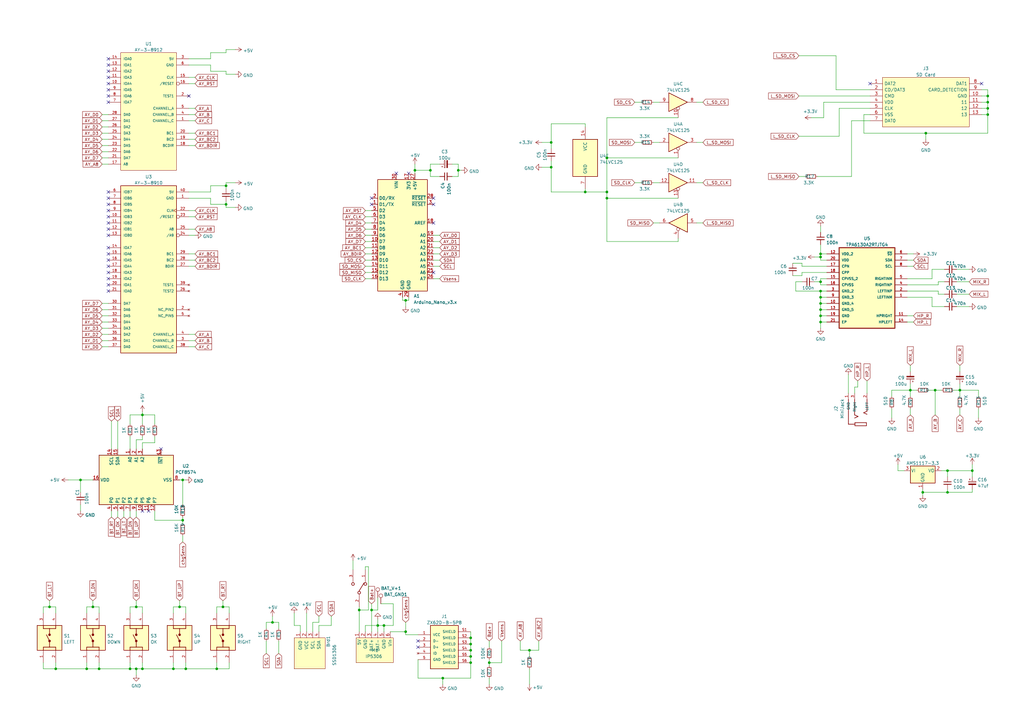
<source format=kicad_sch>
(kicad_sch (version 20211123) (generator eeschema)
  (paper "A3")
  (title_block (title "NANO AY Player") (date "2022-11-22") (rev "Ay1") (company "Spawn") (comment 2 "Spawn"))
  (junction (at 388.62 201.93))
  (junction (at 20.32 248.92))
  (junction (at 147.32 250.19))
  (junction (at 92.71 76.2))
  (junction (at 200.66 271.78))
  (junction (at 248.92 78.74))
  (junction (at 193.04 264.16))
  (junction (at 92.71 83.82))
  (junction (at 405.13 39.37))
  (junction (at 71.12 274.32))
  (junction (at 378.46 201.93))
  (junction (at 111.76 255.27))
  (junction (at 73.66 248.92))
  (junction (at 40.64 274.32))
  (junction (at 336.55 124.46))
  (junction (at 398.78 193.04))
  (junction (at 248.92 64.77))
  (junction (at 58.42 170.18))
  (junction (at 35.56 274.32))
  (junction (at 373.38 160.02))
  (junction (at 226.06 68.58))
  (junction (at 181.61 278.13))
  (junction (at 22.86 274.32))
  (junction (at 74.93 213.36))
  (junction (at 383.54 160.02))
  (junction (at 91.44 248.92))
  (junction (at 336.55 129.54))
  (junction (at 166.37 123.19))
  (junction (at 336.55 127))
  (junction (at 176.53 69.85))
  (junction (at 53.34 274.32))
  (junction (at 88.9 274.32))
  (junction (at 379.73 54.61))
  (junction (at 248.92 81.28))
  (junction (at 405.13 44.45))
  (junction (at 152.4 250.19))
  (junction (at 170.18 69.85))
  (junction (at 58.42 274.32))
  (junction (at 405.13 41.91))
  (junction (at 38.1 248.92))
  (junction (at 76.2 274.32))
  (junction (at 33.02 196.85))
  (junction (at 193.04 266.7))
  (junction (at 336.55 115.57))
  (junction (at 226.06 58.42))
  (junction (at 217.17 266.7))
  (junction (at 336.55 132.08))
  (junction (at 240.03 78.74))
  (junction (at 393.7 160.02))
  (junction (at 388.62 193.04))
  (junction (at 55.88 274.32))
  (junction (at 193.04 269.24))
  (junction (at 166.37 259.08))
  (junction (at 74.93 196.85))
  (junction (at 157.48 256.54))
  (junction (at 405.13 46.99))
  (junction (at 336.55 119.38))
  (junction (at 336.55 121.92))
  (junction (at 55.88 248.92))
  (junction (at 154.94 256.54))
  (junction (at 193.04 261.62))
  (junction (at 193.04 271.78))
  (junction (at 336.55 105.41))
  (junction (at 187.96 69.85))
  (junction (at 336.55 104.14))
  (no_connect (at 58.42 209.55))
  (no_connect (at 60.96 209.55))
  (no_connect (at 177.8 111.76))
  (no_connect (at 167.64 71.12))
  (no_connect (at 162.56 71.12))
  (no_connect (at 171.45 265.43))
  (no_connect (at 171.45 262.89))
  (no_connect (at 44.45 114.3))
  (no_connect (at 44.45 78.74))
  (no_connect (at 44.45 111.76))
  (no_connect (at 44.45 119.38))
  (no_connect (at 44.45 116.84))
  (no_connect (at 44.45 24.13))
  (no_connect (at 44.45 31.75))
  (no_connect (at 44.45 34.29))
  (no_connect (at 44.45 26.67))
  (no_connect (at 44.45 36.83))
  (no_connect (at 44.45 39.37))
  (no_connect (at 44.45 29.21))
  (no_connect (at 44.45 41.91))
  (no_connect (at 44.45 109.22))
  (no_connect (at 44.45 106.68))
  (no_connect (at 44.45 104.14))
  (no_connect (at 44.45 101.6))
  (no_connect (at 44.45 93.98))
  (no_connect (at 44.45 91.44))
  (no_connect (at 44.45 96.52))
  (no_connect (at 44.45 88.9))
  (no_connect (at 44.45 81.28))
  (no_connect (at 44.45 86.36))
  (no_connect (at 44.45 83.82))
  (no_connect (at 177.8 83.82))
  (no_connect (at 177.8 81.28))
  (no_connect (at 177.8 91.44))
  (no_connect (at 77.47 39.37))
  (no_connect (at 356.87 34.29))
  (no_connect (at 402.59 34.29))
  (no_connect (at 66.04 184.15))
  (no_connect (at 152.4 83.82))
  (no_connect (at 152.4 81.28))
  (wire (pts (xy 77.47 49.53) (xy 80.01 49.53)))
  (wire (pts (xy 22.86 248.92) (xy 20.32 248.92)))
  (wire (pts (xy 193.04 278.13) (xy 193.04 271.78)))
  (wire (pts (xy 73.66 246.38) (xy 73.66 248.92)))
  (wire (pts (xy 63.5 213.36) (xy 74.93 213.36)))
  (wire (pts (xy 372.11 109.22) (xy 374.65 109.22)))
  (wire (pts (xy 171.45 270.51) (xy 171.45 278.13)))
  (wire (pts (xy 53.34 274.32) (xy 55.88 274.32)))
  (wire (pts (xy 336.55 132.08) (xy 339.09 132.08)))
  (wire (pts (xy 200.66 278.13) (xy 200.66 280.67)))
  (wire (pts (xy 285.75 58.42) (xy 288.29 58.42)))
  (wire (pts (xy 149.86 256.54) (xy 154.94 256.54)))
  (wire (pts (xy 77.47 78.74) (xy 86.36 78.74)))
  (wire (pts (xy 349.25 72.39) (xy 349.25 49.53)))
  (wire (pts (xy 17.78 248.92) (xy 20.32 248.92)))
  (wire (pts (xy 405.13 41.91) (xy 405.13 44.45)))
  (wire (pts (xy 135.89 256.54) (xy 135.89 252.73)))
  (wire (pts (xy 339.09 114.3) (xy 336.55 114.3)))
  (wire (pts (xy 130.81 256.54) (xy 135.89 256.54)))
  (wire (pts (xy 326.39 119.38) (xy 336.55 119.38)))
  (wire (pts (xy 181.61 278.13) (xy 193.04 278.13)))
  (wire (pts (xy 92.71 76.2) (xy 92.71 74.93)))
  (wire (pts (xy 240.03 50.8) (xy 226.06 50.8)))
  (wire (pts (xy 185.42 72.39) (xy 187.96 72.39)))
  (wire (pts (xy 378.46 200.66) (xy 378.46 201.93)))
  (wire (pts (xy 347.98 153.67) (xy 347.98 161.29)))
  (wire (pts (xy 17.78 251.46) (xy 17.78 248.92)))
  (wire (pts (xy 373.38 160.02) (xy 373.38 162.56)))
  (wire (pts (xy 165.1 123.19) (xy 166.37 123.19)))
  (wire (pts (xy 88.9 251.46) (xy 88.9 248.92)))
  (wire (pts (xy 40.64 274.32) (xy 53.34 274.32)))
  (wire (pts (xy 336.55 127) (xy 339.09 127)))
  (wire (pts (xy 120.65 251.46) (xy 120.65 256.54)))
  (wire (pts (xy 383.54 160.02) (xy 383.54 170.18)))
  (wire (pts (xy 41.91 54.61) (xy 44.45 54.61)))
  (wire (pts (xy 86.36 78.74) (xy 86.36 76.2)))
  (wire (pts (xy 382.27 125.73) (xy 387.35 125.73)))
  (wire (pts (xy 398.78 200.66) (xy 398.78 201.93)))
  (wire (pts (xy 74.93 213.36) (xy 74.93 214.63)))
  (wire (pts (xy 86.36 24.13) (xy 86.36 21.59)))
  (wire (pts (xy 92.71 74.93) (xy 96.52 74.93)))
  (wire (pts (xy 350.52 158.75) (xy 351.79 158.75)))
  (wire (pts (xy 154.94 245.11) (xy 154.94 250.19)))
  (wire (pts (xy 86.36 81.28) (xy 86.36 83.82)))
  (wire (pts (xy 337.82 41.91) (xy 337.82 48.26)))
  (wire (pts (xy 147.32 248.92) (xy 147.32 250.19)))
  (wire (pts (xy 382.27 121.92) (xy 382.27 125.73)))
  (wire (pts (xy 63.5 181.61) (xy 63.5 179.07)))
  (wire (pts (xy 248.92 48.26) (xy 278.13 48.26)))
  (wire (pts (xy 55.88 274.32) (xy 58.42 274.32)))
  (wire (pts (xy 328.93 113.03) (xy 325.12 113.03)))
  (wire (pts (xy 86.36 29.21) (xy 92.71 29.21)))
  (wire (pts (xy 260.35 58.42) (xy 262.89 58.42)))
  (wire (pts (xy 402.59 46.99) (xy 405.13 46.99)))
  (wire (pts (xy 328.93 109.22) (xy 339.09 109.22)))
  (wire (pts (xy 393.7 167.64) (xy 393.7 170.18)))
  (wire (pts (xy 336.55 116.84) (xy 336.55 115.57)))
  (wire (pts (xy 40.64 271.78) (xy 40.64 274.32)))
  (wire (pts (xy 161.29 256.54) (xy 157.48 256.54)))
  (wire (pts (xy 336.55 100.33) (xy 336.55 104.14)))
  (wire (pts (xy 53.34 209.55) (xy 53.34 212.09)))
  (wire (pts (xy 171.45 278.13) (xy 181.61 278.13)))
  (wire (pts (xy 88.9 274.32) (xy 93.98 274.32)))
  (wire (pts (xy 336.55 106.68) (xy 336.55 105.41)))
  (wire (pts (xy 388.62 200.66) (xy 388.62 201.93)))
  (wire (pts (xy 177.8 106.68) (xy 180.34 106.68)))
  (wire (pts (xy 189.23 69.85) (xy 187.96 69.85)))
  (wire (pts (xy 334.01 105.41) (xy 336.55 105.41)))
  (wire (pts (xy 336.55 121.92) (xy 336.55 124.46)))
  (wire (pts (xy 342.9 36.83) (xy 356.87 36.83)))
  (wire (pts (xy 22.86 274.32) (xy 35.56 274.32)))
  (wire (pts (xy 393.7 157.48) (xy 393.7 160.02)))
  (wire (pts (xy 384.81 119.38) (xy 384.81 120.65)))
  (wire (pts (xy 167.64 123.19) (xy 166.37 123.19)))
  (wire (pts (xy 41.91 49.53) (xy 44.45 49.53)))
  (wire (pts (xy 171.45 260.35) (xy 166.37 260.35)))
  (wire (pts (xy 342.9 22.86) (xy 342.9 36.83)))
  (wire (pts (xy 401.32 160.02) (xy 393.7 160.02)))
  (wire (pts (xy 53.34 251.46) (xy 53.34 248.92)))
  (wire (pts (xy 382.27 114.3) (xy 382.27 110.49)))
  (wire (pts (xy 336.55 129.54) (xy 339.09 129.54)))
  (wire (pts (xy 77.47 59.69) (xy 80.01 59.69)))
  (wire (pts (xy 177.8 104.14) (xy 180.34 104.14)))
  (wire (pts (xy 41.91 142.24) (xy 44.45 142.24)))
  (wire (pts (xy 53.34 271.78) (xy 53.34 274.32)))
  (wire (pts (xy 58.42 181.61) (xy 63.5 181.61)))
  (wire (pts (xy 77.47 96.52) (xy 80.01 96.52)))
  (wire (pts (xy 76.2 271.78) (xy 76.2 274.32)))
  (wire (pts (xy 77.47 57.15) (xy 80.01 57.15)))
  (wire (pts (xy 77.47 142.24) (xy 80.01 142.24)))
  (wire (pts (xy 77.47 137.16) (xy 80.01 137.16)))
  (wire (pts (xy 392.43 125.73) (xy 397.51 125.73)))
  (wire (pts (xy 77.47 104.14) (xy 80.01 104.14)))
  (wire (pts (xy 176.53 69.85) (xy 176.53 72.39)))
  (wire (pts (xy 373.38 167.64) (xy 373.38 170.18)))
  (wire (pts (xy 38.1 248.92) (xy 40.64 248.92)))
  (wire (pts (xy 22.86 271.78) (xy 22.86 274.32)))
  (wire (pts (xy 217.17 266.7) (xy 220.98 266.7)))
  (wire (pts (xy 77.47 31.75) (xy 80.01 31.75)))
  (wire (pts (xy 88.9 271.78) (xy 88.9 274.32)))
  (wire (pts (xy 384.81 115.57) (xy 387.35 115.57)))
  (wire (pts (xy 335.28 72.39) (xy 349.25 72.39)))
  (wire (pts (xy 193.04 259.08) (xy 193.04 261.62)))
  (wire (pts (xy 240.03 52.07) (xy 240.03 50.8)))
  (wire (pts (xy 176.53 69.85) (xy 170.18 69.85)))
  (wire (pts (xy 73.66 196.85) (xy 74.93 196.85)))
  (wire (pts (xy 96.52 30.48) (xy 92.71 30.48)))
  (wire (pts (xy 205.74 262.89) (xy 205.74 271.78)))
  (wire (pts (xy 152.4 250.19) (xy 152.4 259.08)))
  (wire (pts (xy 336.55 124.46) (xy 336.55 127)))
  (wire (pts (xy 41.91 137.16) (xy 44.45 137.16)))
  (wire (pts (xy 351.79 156.21) (xy 351.79 158.75)))
  (wire (pts (xy 372.11 129.54) (xy 374.65 129.54)))
  (wire (pts (xy 177.8 99.06) (xy 180.34 99.06)))
  (wire (pts (xy 373.38 160.02) (xy 375.92 160.02)))
  (wire (pts (xy 355.6 156.21) (xy 355.6 161.29)))
  (wire (pts (xy 35.56 271.78) (xy 35.56 274.32)))
  (wire (pts (xy 71.12 248.92) (xy 73.66 248.92)))
  (wire (pts (xy 217.17 266.7) (xy 217.17 269.24)))
  (wire (pts (xy 248.92 81.28) (xy 248.92 99.06)))
  (wire (pts (xy 220.98 266.7) (xy 220.98 262.89)))
  (wire (pts (xy 327.66 55.88) (xy 344.17 55.88)))
  (wire (pts (xy 17.78 271.78) (xy 17.78 274.32)))
  (wire (pts (xy 166.37 255.27) (xy 166.37 259.08)))
  (wire (pts (xy 165.1 121.92) (xy 165.1 123.19)))
  (wire (pts (xy 33.02 196.85) (xy 33.02 201.93)))
  (wire (pts (xy 372.11 132.08) (xy 374.65 132.08)))
  (wire (pts (xy 149.86 232.41) (xy 151.13 232.41)))
  (wire (pts (xy 370.84 193.04) (xy 368.3 193.04)))
  (wire (pts (xy 77.47 46.99) (xy 80.01 46.99)))
  (wire (pts (xy 217.17 274.32) (xy 217.17 280.67)))
  (wire (pts (xy 285.75 74.93) (xy 288.29 74.93)))
  (wire (pts (xy 213.36 266.7) (xy 217.17 266.7)))
  (wire (pts (xy 405.13 46.99) (xy 405.13 54.61)))
  (wire (pts (xy 248.92 78.74) (xy 248.92 81.28)))
  (wire (pts (xy 337.82 41.91) (xy 356.87 41.91)))
  (wire (pts (xy 40.64 251.46) (xy 40.64 248.92)))
  (wire (pts (xy 187.96 67.31) (xy 185.42 67.31)))
  (wire (pts (xy 170.18 67.31) (xy 170.18 69.85)))
  (wire (pts (xy 86.36 26.67) (xy 86.36 29.21)))
  (wire (pts (xy 336.55 132.08) (xy 336.55 134.62)))
  (wire (pts (xy 22.86 251.46) (xy 22.86 248.92)))
  (wire (pts (xy 177.8 114.3) (xy 180.34 114.3)))
  (wire (pts (xy 41.91 52.07) (xy 44.45 52.07)))
  (wire (pts (xy 176.53 67.31) (xy 176.53 69.85)))
  (wire (pts (xy 336.55 92.71) (xy 336.55 95.25)))
  (wire (pts (xy 53.34 248.92) (xy 55.88 248.92)))
  (wire (pts (xy 76.2 251.46) (xy 76.2 248.92)))
  (wire (pts (xy 200.66 262.89) (xy 200.66 265.43)))
  (wire (pts (xy 336.55 115.57) (xy 334.01 115.57)))
  (wire (pts (xy 55.88 248.92) (xy 58.42 248.92)))
  (wire (pts (xy 58.42 274.32) (xy 71.12 274.32)))
  (wire (pts (xy 177.8 101.6) (xy 180.34 101.6)))
  (wire (pts (xy 393.7 149.86) (xy 393.7 152.4)))
  (wire (pts (xy 248.92 81.28) (xy 278.13 81.28)))
  (wire (pts (xy 96.52 85.09) (xy 92.71 85.09)))
  (wire (pts (xy 344.17 44.45) (xy 356.87 44.45)))
  (wire (pts (xy 77.47 81.28) (xy 86.36 81.28)))
  (wire (pts (xy 128.27 259.08) (xy 128.27 255.27)))
  (wire (pts (xy 144.78 229.87) (xy 144.78 233.68)))
  (wire (pts (xy 226.06 68.58) (xy 226.06 78.74)))
  (wire (pts (xy 151.13 250.19) (xy 147.32 250.19)))
  (wire (pts (xy 402.59 44.45) (xy 405.13 44.45)))
  (wire (pts (xy 114.3 257.81) (xy 114.3 255.27)))
  (wire (pts (xy 384.81 120.65) (xy 387.35 120.65)))
  (wire (pts (xy 393.7 160.02) (xy 391.16 160.02)))
  (wire (pts (xy 382.27 110.49) (xy 387.35 110.49)))
  (wire (pts (xy 339.09 111.76) (xy 328.93 111.76)))
  (wire (pts (xy 41.91 124.46) (xy 44.45 124.46)))
  (wire (pts (xy 71.12 274.32) (xy 76.2 274.32)))
  (wire (pts (xy 91.44 248.92) (xy 93.98 248.92)))
  (wire (pts (xy 248.92 64.77) (xy 278.13 64.77)))
  (wire (pts (xy 327.66 39.37) (xy 356.87 39.37)))
  (wire (pts (xy 92.71 21.59) (xy 92.71 20.32)))
  (wire (pts (xy 339.09 106.68) (xy 336.55 106.68)))
  (wire (pts (xy 77.47 86.36) (xy 80.01 86.36)))
  (wire (pts (xy 393.7 160.02) (xy 393.7 162.56)))
  (wire (pts (xy 177.8 96.52) (xy 180.34 96.52)))
  (wire (pts (xy 373.38 157.48) (xy 373.38 160.02)))
  (wire (pts (xy 157.48 256.54) (xy 154.94 256.54)))
  (wire (pts (xy 398.78 195.58) (xy 398.78 193.04)))
  (wire (pts (xy 200.66 271.78) (xy 200.66 273.05)))
  (wire (pts (xy 92.71 30.48) (xy 92.71 29.21)))
  (wire (pts (xy 77.47 88.9) (xy 80.01 88.9)))
  (wire (pts (xy 88.9 248.92) (xy 91.44 248.92)))
  (wire (pts (xy 71.12 251.46) (xy 71.12 248.92)))
  (wire (pts (xy 372.11 104.14) (xy 374.65 104.14)))
  (wire (pts (xy 386.08 160.02) (xy 383.54 160.02)))
  (wire (pts (xy 388.62 193.04) (xy 388.62 195.58)))
  (wire (pts (xy 152.4 247.65) (xy 152.4 250.19)))
  (wire (pts (xy 392.43 120.65) (xy 397.51 120.65)))
  (wire (pts (xy 167.64 121.92) (xy 167.64 123.19)))
  (wire (pts (xy 336.55 104.14) (xy 336.55 105.41)))
  (wire (pts (xy 53.34 170.18) (xy 58.42 170.18)))
  (wire (pts (xy 336.55 129.54) (xy 336.55 132.08)))
  (wire (pts (xy 74.93 196.85) (xy 74.93 207.01)))
  (wire (pts (xy 372.11 121.92) (xy 382.27 121.92)))
  (wire (pts (xy 58.42 168.91) (xy 58.42 170.18)))
  (wire (pts (xy 41.91 139.7) (xy 44.45 139.7)))
  (wire (pts (xy 405.13 54.61) (xy 379.73 54.61)))
  (wire (pts (xy 77.47 34.29) (xy 80.01 34.29)))
  (wire (pts (xy 213.36 262.89) (xy 213.36 266.7)))
  (wire (pts (xy 77.47 93.98) (xy 80.01 93.98)))
  (wire (pts (xy 339.09 119.38) (xy 336.55 119.38)))
  (wire (pts (xy 181.61 280.67) (xy 181.61 278.13)))
  (wire (pts (xy 92.71 20.32) (xy 96.52 20.32)))
  (wire (pts (xy 41.91 46.99) (xy 44.45 46.99)))
  (wire (pts (xy 53.34 173.99) (xy 53.34 170.18)))
  (wire (pts (xy 248.92 48.26) (xy 248.92 64.77)))
  (wire (pts (xy 177.8 109.22) (xy 180.34 109.22)))
  (wire (pts (xy 372.11 106.68) (xy 374.65 106.68)))
  (wire (pts (xy 41.91 62.23) (xy 44.45 62.23)))
  (wire (pts (xy 405.13 44.45) (xy 405.13 46.99)))
  (wire (pts (xy 398.78 193.04) (xy 388.62 193.04)))
  (wire (pts (xy 161.29 247.65) (xy 161.29 256.54)))
  (wire (pts (xy 381 160.02) (xy 383.54 160.02)))
  (wire (pts (xy 111.76 255.27) (xy 111.76 252.73)))
  (wire (pts (xy 402.59 39.37) (xy 405.13 39.37)))
  (wire (pts (xy 92.71 77.47) (xy 92.71 76.2)))
  (wire (pts (xy 128.27 255.27) (xy 130.81 255.27)))
  (wire (pts (xy 41.91 67.31) (xy 44.45 67.31)))
  (wire (pts (xy 92.71 83.82) (xy 92.71 82.55)))
  (wire (pts (xy 372.11 116.84) (xy 384.81 116.84)))
  (wire (pts (xy 166.37 260.35) (xy 166.37 259.08)))
  (wire (pts (xy 92.71 85.09) (xy 92.71 83.82)))
  (wire (pts (xy 109.22 257.81) (xy 109.22 255.27)))
  (wire (pts (xy 327.66 72.39) (xy 330.2 72.39)))
  (wire (pts (xy 405.13 39.37) (xy 405.13 41.91)))
  (wire (pts (xy 260.35 41.91) (xy 262.89 41.91)))
  (wire (pts (xy 267.97 91.44) (xy 270.51 91.44)))
  (wire (pts (xy 222.25 68.58) (xy 226.06 68.58)))
  (wire (pts (xy 156.21 247.65) (xy 161.29 247.65)))
  (wire (pts (xy 166.37 259.08) (xy 160.02 259.08)))
  (wire (pts (xy 74.93 219.71) (xy 74.93 222.25)))
  (wire (pts (xy 77.47 54.61) (xy 80.01 54.61)))
  (wire (pts (xy 41.91 127) (xy 44.45 127)))
  (wire (pts (xy 248.92 64.77) (xy 248.92 78.74)))
  (wire (pts (xy 285.75 41.91) (xy 288.29 41.91)))
  (wire (pts (xy 41.91 59.69) (xy 44.45 59.69)))
  (wire (pts (xy 77.47 44.45) (xy 80.01 44.45)))
  (wire (pts (xy 285.75 91.44) (xy 288.29 91.44)))
  (wire (pts (xy 41.91 132.08) (xy 44.45 132.08)))
  (wire (pts (xy 58.42 170.18) (xy 58.42 173.99)))
  (wire (pts (xy 149.86 86.36) (xy 152.4 86.36)))
  (wire (pts (xy 130.81 259.08) (xy 130.81 256.54)))
  (wire (pts (xy 344.17 55.88) (xy 344.17 44.45)))
  (wire (pts (xy 365.76 160.02) (xy 373.38 160.02)))
  (wire (pts (xy 328.93 107.95) (xy 328.93 109.22)))
  (wire (pts (xy 354.33 54.61) (xy 379.73 54.61)))
  (wire (pts (xy 45.72 209.55) (xy 45.72 212.09)))
  (wire (pts (xy 55.88 209.55) (xy 55.88 212.09)))
  (wire (pts (xy 149.86 106.68) (xy 152.4 106.68)))
  (wire (pts (xy 123.19 259.08) (xy 123.19 256.54)))
  (wire (pts (xy 384.81 116.84) (xy 384.81 115.57)))
  (wire (pts (xy 109.22 255.27) (xy 111.76 255.27)))
  (wire (pts (xy 149.86 104.14) (xy 152.4 104.14)))
  (wire (pts (xy 71.12 271.78) (xy 71.12 274.32)))
  (wire (pts (xy 41.91 64.77) (xy 44.45 64.77)))
  (wire (pts (xy 336.55 121.92) (xy 339.09 121.92)))
  (wire (pts (xy 278.13 97.79) (xy 278.13 99.06)))
  (wire (pts (xy 372.11 119.38) (xy 384.81 119.38)))
  (wire (pts (xy 180.34 67.31) (xy 176.53 67.31)))
  (wire (pts (xy 373.38 149.86) (xy 373.38 152.4)))
  (wire (pts (xy 365.76 167.64) (xy 365.76 171.45)))
  (wire (pts (xy 226.06 50.8) (xy 226.06 58.42)))
  (wire (pts (xy 398.78 190.5) (xy 398.78 193.04)))
  (wire (pts (xy 35.56 251.46) (xy 35.56 248.92)))
  (wire (pts (xy 45.72 172.72) (xy 45.72 184.15)))
  (wire (pts (xy 325.12 107.95) (xy 328.93 107.95)))
  (wire (pts (xy 187.96 72.39) (xy 187.96 69.85)))
  (wire (pts (xy 77.47 109.22) (xy 80.01 109.22)))
  (wire (pts (xy 77.47 106.68) (xy 80.01 106.68)))
  (wire (pts (xy 149.86 109.22) (xy 152.4 109.22)))
  (wire (pts (xy 326.39 115.57) (xy 326.39 119.38)))
  (wire (pts (xy 388.62 201.93) (xy 398.78 201.93)))
  (wire (pts (xy 354.33 46.99) (xy 354.33 54.61)))
  (wire (pts (xy 401.32 162.56) (xy 401.32 160.02)))
  (wire (pts (xy 58.42 251.46) (xy 58.42 248.92)))
  (wire (pts (xy 240.03 77.47) (xy 240.03 78.74)))
  (wire (pts (xy 125.73 251.46) (xy 125.73 259.08)))
  (wire (pts (xy 109.22 262.89) (xy 109.22 267.97)))
  (wire (pts (xy 339.09 104.14) (xy 336.55 104.14)))
  (wire (pts (xy 260.35 74.93) (xy 262.89 74.93)))
  (wire (pts (xy 405.13 36.83) (xy 405.13 39.37)))
  (wire (pts (xy 48.26 172.72) (xy 48.26 184.15)))
  (wire (pts (xy 74.93 213.36) (xy 74.93 212.09)))
  (wire (pts (xy 58.42 180.34) (xy 58.42 179.07)))
  (wire (pts (xy 187.96 69.85) (xy 187.96 67.31)))
  (wire (pts (xy 350.52 161.29) (xy 350.52 158.75)))
  (wire (pts (xy 93.98 271.78) (xy 93.98 274.32)))
  (wire (pts (xy 339.09 116.84) (xy 336.55 116.84)))
  (wire (pts (xy 55.88 180.34) (xy 58.42 180.34)))
  (wire (pts (xy 378.46 201.93) (xy 388.62 201.93)))
  (wire (pts (xy 77.47 139.7) (xy 80.01 139.7)))
  (wire (pts (xy 86.36 21.59) (xy 92.71 21.59)))
  (wire (pts (xy 149.86 99.06) (xy 152.4 99.06)))
  (wire (pts (xy 74.93 196.85) (xy 76.2 196.85)))
  (wire (pts (xy 365.76 162.56) (xy 365.76 160.02)))
  (wire (pts (xy 392.43 115.57) (xy 397.51 115.57)))
  (wire (pts (xy 278.13 99.06) (xy 248.92 99.06)))
  (wire (pts (xy 151.13 232.41) (xy 151.13 250.19)))
  (wire (pts (xy 50.8 209.55) (xy 50.8 212.09)))
  (wire (pts (xy 336.55 127) (xy 336.55 129.54)))
  (wire (pts (xy 149.86 96.52) (xy 152.4 96.52)))
  (wire (pts (xy 20.32 246.38) (xy 20.32 248.92)))
  (wire (pts (xy 267.97 74.93) (xy 270.51 74.93)))
  (wire (pts (xy 76.2 248.92) (xy 73.66 248.92)))
  (wire (pts (xy 372.11 114.3) (xy 382.27 114.3)))
  (wire (pts (xy 349.25 49.53) (xy 356.87 49.53)))
  (wire (pts (xy 336.55 119.38) (xy 336.55 121.92)))
  (wire (pts (xy 356.87 46.99) (xy 354.33 46.99)))
  (wire (pts (xy 91.44 246.38) (xy 91.44 248.92)))
  (wire (pts (xy 93.98 251.46) (xy 93.98 248.92)))
  (wire (pts (xy 193.04 266.7) (xy 193.04 269.24)))
  (wire (pts (xy 48.26 209.55) (xy 48.26 212.09)))
  (wire (pts (xy 27.94 196.85) (xy 33.02 196.85)))
  (wire (pts (xy 63.5 170.18) (xy 58.42 170.18)))
  (wire (pts (xy 157.48 259.08) (xy 157.48 256.54)))
  (wire (pts (xy 63.5 173.99) (xy 63.5 170.18)))
  (wire (pts (xy 328.93 115.57) (xy 326.39 115.57)))
  (wire (pts (xy 170.18 69.85) (xy 170.18 71.12)))
  (wire (pts (xy 392.43 110.49) (xy 397.51 110.49)))
  (wire (pts (xy 35.56 248.92) (xy 38.1 248.92)))
  (wire (pts (xy 86.36 76.2) (xy 92.71 76.2)))
  (wire (pts (xy 41.91 57.15) (xy 44.45 57.15)))
  (wire (pts (xy 53.34 179.07) (xy 53.34 184.15)))
  (wire (pts (xy 76.2 274.32) (xy 88.9 274.32)))
  (wire (pts (xy 154.94 256.54) (xy 154.94 254)))
  (wire (pts (xy 154.94 250.19) (xy 152.4 250.19)))
  (wire (pts (xy 33.02 196.85) (xy 38.1 196.85)))
  (wire (pts (xy 55.88 274.32) (xy 55.88 276.86)))
  (wire (pts (xy 226.06 78.74) (xy 240.03 78.74)))
  (wire (pts (xy 55.88 184.15) (xy 55.88 180.34)))
  (wire (pts (xy 193.04 269.24) (xy 193.04 271.78)))
  (wire (pts (xy 114.3 255.27) (xy 111.76 255.27)))
  (wire (pts (xy 267.97 58.42) (xy 270.51 58.42)))
  (wire (pts (xy 226.06 60.96) (xy 226.06 58.42)))
  (wire (pts (xy 41.91 129.54) (xy 44.45 129.54)))
  (wire (pts (xy 226.06 68.58) (xy 226.06 66.04)))
  (wire (pts (xy 193.04 264.16) (xy 193.04 266.7)))
  (wire (pts (xy 86.36 83.82) (xy 92.71 83.82)))
  (wire (pts (xy 58.42 271.78) (xy 58.42 274.32)))
  (wire (pts (xy 180.34 72.39) (xy 176.53 72.39)))
  (wire (pts (xy 149.86 259.08) (xy 149.86 256.54)))
  (wire (pts (xy 149.86 93.98) (xy 152.4 93.98)))
  (wire (pts (xy 402.59 41.91) (xy 405.13 41.91)))
  (wire (pts (xy 41.91 134.62) (xy 44.45 134.62)))
  (wire (pts (xy 123.19 256.54) (xy 120.65 256.54)))
  (wire (pts (xy 193.04 261.62) (xy 193.04 264.16)))
  (wire (pts (xy 149.86 91.44) (xy 152.4 91.44)))
  (wire (pts (xy 33.02 207.01) (xy 33.02 209.55)))
  (wire (pts (xy 402.59 36.83) (xy 405.13 36.83)))
  (wire (pts (xy 77.47 24.13) (xy 86.36 24.13)))
  (wire (pts (xy 130.81 252.73) (xy 130.81 255.27)))
  (wire (pts (xy 200.66 270.51) (xy 200.66 271.78)))
  (wire (pts (xy 77.47 26.67) (xy 86.36 26.67)))
  (wire (pts (xy 149.86 111.76) (xy 152.4 111.76)))
  (wire (pts (xy 388.62 193.04) (xy 386.08 193.04)))
  (wire (pts (xy 328.93 111.76) (xy 328.93 113.03)))
  (wire (pts (xy 114.3 262.89) (xy 114.3 267.97)))
  (wire (pts (xy 379.73 54.61) (xy 379.73 57.15)))
  (wire (pts (xy 327.66 22.86) (xy 342.9 22.86)))
  (wire (pts (xy 149.86 101.6) (xy 152.4 101.6)))
  (wire (pts (xy 58.42 184.15) (xy 58.42 181.61)))
  (wire (pts (xy 17.78 274.32) (xy 22.86 274.32)))
  (wire (pts (xy 55.88 246.38) (xy 55.88 248.92)))
  (wire (pts (xy 332.74 48.26) (xy 337.82 48.26)))
  (wire (pts (xy 378.46 201.93) (xy 378.46 203.2)))
  (wire (pts (xy 149.86 233.68) (xy 149.86 232.41)))
  (wire (pts (xy 336.55 114.3) (xy 336.55 115.57)))
  (wire (pts (xy 38.1 246.38) (xy 38.1 248.92)))
  (wire (pts (xy 336.55 124.46) (xy 339.09 124.46)))
  (wire (pts (xy 147.32 250.19) (xy 147.32 259.08)))
  (wire (pts (xy 154.94 256.54) (xy 154.94 259.08)))
  (wire (pts (xy 226.06 58.42) (xy 222.25 58.42)))
  (wire (pts (xy 149.86 114.3) (xy 152.4 114.3)))
  (wire (pts (xy 166.37 123.19) (xy 166.37 125.73)))
  (wire (pts (xy 248.92 78.74) (xy 240.03 78.74)))
  (wire (pts (xy 267.97 41.91) (xy 270.51 41.91)))
  (wire (pts (xy 401.32 167.64) (xy 401.32 171.45)))
  (wire (pts (xy 149.86 88.9) (xy 152.4 88.9)))
  (wire (pts (xy 35.56 274.32) (xy 40.64 274.32)))
  (wire (pts (xy 368.3 193.04) (xy 368.3 190.5)))
  (wire (pts (xy 63.5 209.55) (xy 63.5 213.36)))
  (wire (pts (xy 205.74 271.78) (xy 200.66 271.78)))
  (global_label "SCL" (shape input) (at 374.65 109.22 0) (property "Intersheet References" "${INTERSHEET_REFS}" (effects hide)))
  (global_label "L_SD_CS" (shape input) (at 288.29 41.91 0) (property "Intersheet References" "${INTERSHEET_REFS}" (effects hide)))
  (global_label "AY_CLK" (shape input) (at 80.01 31.75 0) (property "Intersheet References" "${INTERSHEET_REFS}" (effects hide)))
  (global_label "AY_A" (shape input) (at 80.01 137.16 0) (property "Intersheet References" "${INTERSHEET_REFS}" (effects hide)))
  (global_label "HP_R" (shape input) (at 374.65 129.54 0) (property "Intersheet References" "${INTERSHEET_REFS}" (effects hide)))
  (global_label "BT_UP" (shape input) (at 55.88 212.09 270) (property "Intersheet References" "${INTERSHEET_REFS}" (effects hide)))
  (global_label "Bat+" (shape input) (at 200.66 262.89 90) (property "Intersheet References" "${INTERSHEET_REFS}" (effects hide)))
  (global_label "AY_D1" (shape input) (at 180.34 99.06 0) (property "Intersheet References" "${INTERSHEET_REFS}" (effects hide)))
  (global_label "SD_CLK" (shape input) (at 260.35 74.93 180) (property "Intersheet References" "${INTERSHEET_REFS}" (effects hide)))
  (global_label "L_SD_MISO" (shape input) (at 327.66 72.39 180) (property "Intersheet References" "${INTERSHEET_REFS}" (effects hide)))
  (global_label "AY_BC2" (shape input) (at 80.01 106.68 0) (property "Intersheet References" "${INTERSHEET_REFS}" (effects hide)))
  (global_label "AY_BC1" (shape input) (at 149.86 101.6 180) (property "Intersheet References" "${INTERSHEET_REFS}" (effects hide)))
  (global_label "HP_L" (shape input) (at 374.65 132.08 0) (property "Intersheet References" "${INTERSHEET_REFS}" (effects hide)))
  (global_label "AY_D7" (shape input) (at 149.86 99.06 180) (property "Intersheet References" "${INTERSHEET_REFS}" (effects hide)))
  (global_label "BT_DN" (shape input) (at 53.34 212.09 270) (property "Intersheet References" "${INTERSHEET_REFS}" (effects hide)))
  (global_label "L_SD_MISO" (shape input) (at 288.29 91.44 0) (property "Intersheet References" "${INTERSHEET_REFS}" (effects hide)))
  (global_label "AY_D2" (shape input) (at 41.91 52.07 180) (property "Intersheet References" "${INTERSHEET_REFS}" (effects hide)))
  (global_label "AY_A8" (shape input) (at 213.36 262.89 90) (property "Intersheet References" "${INTERSHEET_REFS}" (effects hide)))
  (global_label "AY_D6" (shape input) (at 149.86 96.52 180) (property "Intersheet References" "${INTERSHEET_REFS}" (effects hide)))
  (global_label "BT_UP" (shape input) (at 73.66 246.38 90) (property "Intersheet References" "${INTERSHEET_REFS}" (effects hide)))
  (global_label "SDA" (shape input) (at 48.26 172.72 90) (property "Intersheet References" "${INTERSHEET_REFS}" (effects hide)))
  (global_label "AY_D5" (shape input) (at 149.86 93.98 180) (property "Intersheet References" "${INTERSHEET_REFS}" (effects hide)))
  (global_label "SCL" (shape input) (at 130.81 252.73 90) (property "Intersheet References" "${INTERSHEET_REFS}" (effects hide)))
  (global_label "AY_BC2" (shape input) (at 220.98 262.89 90) (property "Intersheet References" "${INTERSHEET_REFS}" (effects hide)))
  (global_label "AY_BC2" (shape input) (at 80.01 57.15 0) (property "Intersheet References" "${INTERSHEET_REFS}" (effects hide)))
  (global_label "L_SD_MOSI" (shape input) (at 327.66 39.37 180) (property "Intersheet References" "${INTERSHEET_REFS}" (effects hide)))
  (global_label "AY_BC1" (shape input) (at 80.01 104.14 0) (property "Intersheet References" "${INTERSHEET_REFS}" (effects hide)))
  (global_label "SD_MOSI" (shape input) (at 149.86 109.22 180) (property "Intersheet References" "${INTERSHEET_REFS}" (effects hide)))
  (global_label "MIX_L" (shape input) (at 373.38 149.86 90) (property "Intersheet References" "${INTERSHEET_REFS}" (effects hide)))
  (global_label "SD_CS" (shape input) (at 149.86 106.68 180) (property "Intersheet References" "${INTERSHEET_REFS}" (effects hide)))
  (global_label "MIX_R" (shape input) (at 397.51 115.57 0) (property "Intersheet References" "${INTERSHEET_REFS}" (effects hide)))
  (global_label "L_SD_CS" (shape input) (at 327.66 22.86 180) (property "Intersheet References" "${INTERSHEET_REFS}" (effects hide)))
  (global_label "AY_BC1" (shape input) (at 80.01 54.61 0) (property "Intersheet References" "${INTERSHEET_REFS}" (effects hide)))
  (global_label "AY_D6" (shape input) (at 41.91 62.23 180) (property "Intersheet References" "${INTERSHEET_REFS}" (effects hide)))
  (global_label "BT_DN" (shape input) (at 38.1 246.38 90) (property "Intersheet References" "${INTERSHEET_REFS}" (effects hide)))
  (global_label "SDA" (shape input) (at 135.89 252.73 90) (property "Intersheet References" "${INTERSHEET_REFS}" (effects hide)))
  (global_label "AY_D7" (shape input) (at 41.91 124.46 180) (property "Intersheet References" "${INTERSHEET_REFS}" (effects hide)))
  (global_label "chgSens" (shape input) (at 74.93 222.25 270) (property "Intersheet References" "${INTERSHEET_REFS}" (effects hide)))
  (global_label "SD_MISO" (shape input) (at 267.97 91.44 180) (property "Intersheet References" "${INTERSHEET_REFS}" (effects hide)))
  (global_label "SCL" (shape input) (at 109.22 267.97 270) (property "Intersheet References" "${INTERSHEET_REFS}" (effects hide)))
  (global_label "SD_MISO" (shape input) (at 149.86 111.76 180) (property "Intersheet References" "${INTERSHEET_REFS}" (effects hide)))
  (global_label "HP_R" (shape input) (at 351.79 156.21 90) (property "Intersheet References" "${INTERSHEET_REFS}" (effects hide)))
  (global_label "SCL" (shape input) (at 45.72 172.72 90) (property "Intersheet References" "${INTERSHEET_REFS}" (effects hide)))
  (global_label "L_SD_CLK" (shape input) (at 327.66 55.88 180) (property "Intersheet References" "${INTERSHEET_REFS}" (effects hide)))
  (global_label "chgSens" (shape input) (at 166.37 255.27 90) (property "Intersheet References" "${INTERSHEET_REFS}" (effects hide)))
  (global_label "AY_D3" (shape input) (at 41.91 134.62 180) (property "Intersheet References" "${INTERSHEET_REFS}" (effects hide)))
  (global_label "BT_RT" (shape input) (at 91.44 246.38 90) (property "Intersheet References" "${INTERSHEET_REFS}" (effects hide)))
  (global_label "SDA" (shape input) (at 180.34 106.68 0) (property "Intersheet References" "${INTERSHEET_REFS}" (effects hide)))
  (global_label "AY_D0" (shape input) (at 180.34 96.52 0) (property "Intersheet References" "${INTERSHEET_REFS}" (effects hide)))
  (global_label "AY_BDIR" (shape input) (at 149.86 104.14 180) (property "Intersheet References" "${INTERSHEET_REFS}" (effects hide)))
  (global_label "AY_D7" (shape input) (at 41.91 64.77 180) (property "Intersheet References" "${INTERSHEET_REFS}" (effects hide)))
  (global_label "AY_B" (shape input) (at 80.01 139.7 0) (property "Intersheet References" "${INTERSHEET_REFS}" (effects hide)))
  (global_label "SDA" (shape input) (at 114.3 267.97 270) (property "Intersheet References" "${INTERSHEET_REFS}" (effects hide)))
  (global_label "AY_RST" (shape input) (at 149.86 86.36 180) (property "Intersheet References" "${INTERSHEET_REFS}" (effects hide)))
  (global_label "SD_CLK" (shape input) (at 149.86 114.3 180) (property "Intersheet References" "${INTERSHEET_REFS}" (effects hide)))
  (global_label "AY_A" (shape input) (at 80.01 44.45 0) (property "Intersheet References" "${INTERSHEET_REFS}" (effects hide)))
  (global_label "AY_D5" (shape input) (at 41.91 59.69 180) (property "Intersheet References" "${INTERSHEET_REFS}" (effects hide)))
  (global_label "SD_MOSI" (shape input) (at 260.35 58.42 180) (property "Intersheet References" "${INTERSHEET_REFS}" (effects hide)))
  (global_label "AY_CLK" (shape input) (at 80.01 86.36 0) (property "Intersheet References" "${INTERSHEET_REFS}" (effects hide)))
  (global_label "AY_D4" (shape input) (at 41.91 132.08 180) (property "Intersheet References" "${INTERSHEET_REFS}" (effects hide)))
  (global_label "SCL" (shape input) (at 180.34 109.22 0) (property "Intersheet References" "${INTERSHEET_REFS}" (effects hide)))
  (global_label "AY_D4" (shape input) (at 149.86 91.44 180) (property "Intersheet References" "${INTERSHEET_REFS}" (effects hide)))
  (global_label "Bat+" (shape input) (at 152.4 247.65 90) (property "Intersheet References" "${INTERSHEET_REFS}" (effects hide)))
  (global_label "AY_D6" (shape input) (at 41.91 127 180) (property "Intersheet References" "${INTERSHEET_REFS}" (effects hide)))
  (global_label "AY_BDIR" (shape input) (at 80.01 59.69 0) (property "Intersheet References" "${INTERSHEET_REFS}" (effects hide)))
  (global_label "BT_LT" (shape input) (at 50.8 212.09 270) (property "Intersheet References" "${INTERSHEET_REFS}" (effects hide)))
  (global_label "AY_A8" (shape input) (at 41.91 67.31 180) (property "Intersheet References" "${INTERSHEET_REFS}" (effects hide)))
  (global_label "MIX_L" (shape input) (at 397.51 120.65 0) (property "Intersheet References" "${INTERSHEET_REFS}" (effects hide)))
  (global_label "AY_D4" (shape input) (at 41.91 57.15 180) (property "Intersheet References" "${INTERSHEET_REFS}" (effects hide)))
  (global_label "AY_RST" (shape input) (at 80.01 34.29 0) (property "Intersheet References" "${INTERSHEET_REFS}" (effects hide)))
  (global_label "AY_B" (shape input) (at 80.01 46.99 0) (property "Intersheet References" "${INTERSHEET_REFS}" (effects hide)))
  (global_label "AY_D2" (shape input) (at 180.34 101.6 0) (property "Intersheet References" "${INTERSHEET_REFS}" (effects hide)))
  (global_label "BT_LT" (shape input) (at 20.32 246.38 90) (property "Intersheet References" "${INTERSHEET_REFS}" (effects hide)))
  (global_label "AY_B" (shape input) (at 383.54 170.18 270) (property "Intersheet References" "${INTERSHEET_REFS}" (effects hide)))
  (global_label "AY_C" (shape input) (at 80.01 49.53 0) (property "Intersheet References" "${INTERSHEET_REFS}" (effects hide)))
  (global_label "AY_BDIR" (shape input) (at 80.01 109.22 0) (property "Intersheet References" "${INTERSHEET_REFS}" (effects hide)))
  (global_label "L_SD_MOSI" (shape input) (at 288.29 58.42 0) (property "Intersheet References" "${INTERSHEET_REFS}" (effects hide)))
  (global_label "Vsens" (shape input) (at 180.34 114.3 0) (property "Intersheet References" "${INTERSHEET_REFS}" (effects hide)))
  (global_label "AY_C" (shape input) (at 393.7 170.18 270) (property "Intersheet References" "${INTERSHEET_REFS}" (effects hide)))
  (global_label "AY_D5" (shape input) (at 41.91 129.54 180) (property "Intersheet References" "${INTERSHEET_REFS}" (effects hide)))
  (global_label "BT_OK" (shape input) (at 55.88 246.38 90) (property "Intersheet References" "${INTERSHEET_REFS}" (effects hide)))
  (global_label "SDA" (shape input) (at 374.65 106.68 0) (property "Intersheet References" "${INTERSHEET_REFS}" (effects hide)))
  (global_label "MIX_R" (shape input) (at 393.7 149.86 90) (property "Intersheet References" "${INTERSHEET_REFS}" (effects hide)))
  (global_label "Vsens" (shape input) (at 205.74 262.89 90) (property "Intersheet References" "${INTERSHEET_REFS}" (effects hide)))
  (global_label "AY_D3" (shape input) (at 180.34 104.14 0) (property "Intersheet References" "${INTERSHEET_REFS}" (effects hide)))
  (global_label "L_SD_CLK" (shape input) (at 288.29 74.93 0) (property "Intersheet References" "${INTERSHEET_REFS}" (effects hide)))
  (global_label "AY_D0" (shape input) (at 41.91 46.99 180) (property "Intersheet References" "${INTERSHEET_REFS}" (effects hide)))
  (global_label "BT_OK" (shape input) (at 48.26 212.09 270) (property "Intersheet References" "${INTERSHEET_REFS}" (effects hide)))
  (global_label "BT_RT" (shape input) (at 45.72 212.09 270) (property "Intersheet References" "${INTERSHEET_REFS}" (effects hide)))
  (global_label "AY_C" (shape input) (at 80.01 142.24 0) (property "Intersheet References" "${INTERSHEET_REFS}" (effects hide)))
  (global_label "AY_CLK" (shape input) (at 149.86 88.9 180) (property "Intersheet References" "${INTERSHEET_REFS}" (effects hide)))
  (global_label "AY_D1" (shape input) (at 41.91 49.53 180) (property "Intersheet References" "${INTERSHEET_REFS}" (effects hide)))
  (global_label "AY_A8" (shape input) (at 80.01 93.98 0) (property "Intersheet References" "${INTERSHEET_REFS}" (effects hide)))
  (global_label "AY_A" (shape input) (at 373.38 170.18 270) (property "Intersheet References" "${INTERSHEET_REFS}" (effects hide)))
  (global_label "SD_CS" (shape input) (at 260.35 41.91 180) (property "Intersheet References" "${INTERSHEET_REFS}" (effects hide)))
  (global_label "AY_D1" (shape input) (at 41.91 139.7 180) (property "Intersheet References" "${INTERSHEET_REFS}" (effects hide)))
  (global_label "HP_L" (shape input) (at 355.6 156.21 90) (property "Intersheet References" "${INTERSHEET_REFS}" (effects hide)))
  (global_label "AY_D3" (shape input) (at 41.91 54.61 180) (property "Intersheet References" "${INTERSHEET_REFS}" (effects hide)))
  (global_label "AY_RST" (shape input) (at 80.01 88.9 0) (property "Intersheet References" "${INTERSHEET_REFS}" (effects hide)))
  (global_label "AY_D0" (shape input) (at 41.91 142.24 180) (property "Intersheet References" "${INTERSHEET_REFS}" (effects hide)))
  (global_label "AY_D2" (shape input) (at 41.91 137.16 180) (property "Intersheet References" "${INTERSHEET_REFS}" (effects hide)))
  (symbol (lib_id "1825910-7:1825910-7") (at 91.44 261.62 90) (unit 1)
    (property "Reference" "S5" (at 97.282 260.7853 90) (effects (justify right)))
    (property "Value" "RIGHT" (at 97.282 263.3222 90) (effects (justify right)))
    (property "Footprint" "mod:SW_1825910-7" (effects hide))
    (property "Contact_Current_Rating" "50 mA" (effects hide))
    (property "Configuration_Pole-Throw" "Single Pole - Single Throw" (effects hide))
    (property "EU_RoHS_Compliance" "Compliant" (effects hide))
    (property "Comment" "1825910-7" (effects hide))
  )
  (symbol (lib_id "Device:C_Polarized_Small") (at 182.88 67.31 90) (unit 1)
    (property "Reference" "C3" (at 182.3339 62.2132 90))
    (property "Value" "100u" (at 182.3339 64.7501 90))
    (property "Footprint" "Capacitor_Tantalum_SMD:CP_EIA-7360-38_Kemet-E" (effects hide))
  )
  (symbol (lib_id "74xx:74LVC125") (at 278.13 74.93 0) (unit 4)
    (property "Reference" "U4" (at 278.13 67.4202 0))
    (property "Value" "74LVC125" (at 278.13 69.9571 0))
    (property "Footprint" "Package_SO:TSSOP-14_4.4x5mm_P0.65mm" (effects hide))
    (property "Datasheet" "http://www.ti.com/lit/gpn/sn74LVC125" (effects hide))
  )
  (symbol (lib_id "1825910-7:1825910-7") (at 20.32 261.62 90) (unit 1)
    (property "Reference" "S1" (at 26.162 260.7853 90) (effects (justify right)))
    (property "Value" "LEFT" (at 26.162 263.3222 90) (effects (justify right)))
    (property "Footprint" "mod:SW_1825910-7" (effects hide))
    (property "Contact_Current_Rating" "50 mA" (effects hide))
    (property "Configuration_Pole-Throw" "Single Pole - Single Throw" (effects hide))
    (property "EU_RoHS_Compliance" "Compliant" (effects hide))
    (property "Comment" "1825910-7" (effects hide))
  )
  (symbol (lib_id "74xx:74LVC125") (at 278.13 58.42 0) (unit 1)
    (property "Reference" "U4" (at 278.13 50.9102 0))
    (property "Value" "74LVC125" (at 278.13 53.4471 0))
    (property "Footprint" "Package_SO:TSSOP-14_4.4x5mm_P0.65mm" (effects hide))
    (property "Datasheet" "http://www.ti.com/lit/gpn/sn74LVC125" (effects hide))
  )
  (symbol (lib_id "power:GND") (at 401.32 171.45 0) (unit 1)
    (property "Reference" "#PWR036" (effects hide))
    (property "Value" "GND" (at 401.32 175.8934 0))
  )
  (symbol (lib_id "Device:C_Polarized_Small") (at 398.78 198.12 0) (unit 1)
    (property "Reference" "C16" (at 400.939 196.7392 0) (effects (justify left)))
    (property "Value" "47uf" (at 400.939 199.2761 0) (effects (justify left)))
    (property "Footprint" "Capacitor_Tantalum_SMD:CP_EIA-7360-38_Kemet-E" (effects hide))
  )
  (symbol (lib_id "power:+5V") (at 96.52 74.93 270) (unit 1)
    (property "Reference" "#PWR09" (effects hide))
    (property "Value" "+5V" (at 99.695 75.3638 90) (effects (justify left)))
  )
  (symbol (lib_id "Interface_Expansion:PCF8574") (at 55.88 196.85 90) (mirror x) (unit 1)
    (property "Reference" "U2" (at 76.1947 191.1435 90))
    (property "Value" "PCF8574" (at 76.1947 193.6804 90))
    (property "Footprint" "Package_SO:SOIC-16_3.9x9.9mm_P1.27mm" (effects hide))
    (property "Datasheet" "http://www.nxp.com/documents/data_sheet/PCF8574_PCF8574A.pdf" (effects hide))
  )
  (symbol (lib_id "power:GND") (at 33.02 209.55 0) (unit 1)
    (property "Reference" "#PWR02" (effects hide))
    (property "Value" "GND" (at 34.925 211.2538 0) (effects (justify left)))
  )
  (symbol (lib_id "Device:C_Small") (at 389.89 125.73 90) (unit 1)
    (property "Reference" "C14" (at 389.89 123.19 90))
    (property "Value" "470n" (at 393.7 124.46 90))
    (property "Footprint" "Capacitor_SMD:C_1206_3216Metric" (effects hide))
  )
  (symbol (lib_id "35RAPC2BHN2:MiniJack") (at 353.06 168.91 90) (unit 1)
    (property "Reference" "J2" (at 342.9 167.64 0))
    (property "Value" "MiniJack" (at 345.44 167.64 0))
    (property "Footprint" "mod:SWITCHCRAFT_35RAPC2BHN2" (effects hide))
    (property "MAXIMUM_PACKAGE_HIEGHT" "6.1214mm" (effects hide))
    (property "MANUFACTURER" "Switchcraft Inc." (effects hide))
    (property "STANDARD" "Manufacturer Recommendations" (effects hide))
    (property "PARTREV" "L" (effects hide))
  )
  (symbol (lib_id "Connector:TestPoint") (at 156.21 247.65 0) (unit 1)
    (property "Reference" "BAT_GND1" (at 157.48 243.84 0) (effects (justify left)))
    (property "Value" "TestPoint" (effects hide))
    (property "Footprint" "TestPoint:TestPoint_Pad_D3.0mm" (effects hide))
  )
  (symbol (lib_id "power:GND") (at 379.73 57.15 0) (unit 1)
    (property "Reference" "#PWR032" (effects hide))
    (property "Value" "GND" (at 379.73 61.5934 0))
  )
  (symbol (lib_id "power:GND") (at 189.23 69.85 90) (unit 1)
    (property "Reference" "#PWR019" (effects hide))
    (property "Value" "GND" (at 192.405 70.2838 90) (effects (justify right)))
  )
  (symbol (lib_id "power:GND") (at 76.2 196.85 90) (unit 1)
    (property "Reference" "#PWR05" (effects hide))
    (property "Value" "GND" (at 79.375 197.2838 90) (effects (justify right)))
  )
  (symbol (lib_id "ay-3-8910my:AY-3-8910") (at 64.77 111.76 0) (unit 1)
    (property "Reference" "U3" (at 60.96 72.5002 0))
    (property "Value" "AY-3-8910" (at 60.96 75.0371 0))
    (property "Footprint" "Package_DIP:DIP-40_W15.24mm_Socket" (effects hide))
  )
  (symbol (lib_id "74xx:74LVC125") (at 278.13 41.91 0) (unit 3)
    (property "Reference" "U4" (at 278.13 34.4002 0))
    (property "Value" "74LVC125" (at 278.13 36.9371 0))
    (property "Footprint" "Package_SO:TSSOP-14_4.4x5mm_P0.65mm" (effects hide))
    (property "Datasheet" "http://www.ti.com/lit/gpn/sn74LVC125" (effects hide))
  )
  (symbol (lib_id "Device:C_Polarized_Small") (at 373.38 154.94 180) (unit 1)
    (property "Reference" "C9" (at 368.3 154.94 0) (effects (justify right)))
    (property "Value" "100u" (at 367.03 157.48 0) (effects (justify right)))
    (property "Footprint" "Capacitor_Tantalum_SMD:CP_EIA-7360-38_Kemet-E" (effects hide))
  )
  (symbol (lib_id "Device:R_Small") (at 378.46 160.02 270) (unit 1)
    (property "Reference" "R10" (at 377.19 160.02 90) (effects (justify left)))
    (property "Value" "10K" (at 377.19 157.48 90) (effects (justify left)))
    (property "Footprint" "Resistor_SMD:R_1206_3216Metric" (effects hide))
  )
  (symbol (lib_id "Device:R_Small") (at 365.76 165.1 0) (unit 1)
    (property "Reference" "R8" (at 365.76 166.37 90) (effects (justify left)))
    (property "Value" "510" (at 363.22 166.37 90) (effects (justify left)))
    (property "Footprint" "Resistor_SMD:R_1206_3216Metric" (effects hide))
  )
  (symbol (lib_id "Device:R_Small") (at 393.7 165.1 0) (unit 1)
    (property "Reference" "R12" (at 393.7 166.37 90) (effects (justify left)))
    (property "Value" "4.7K" (at 396.24 166.37 90) (effects (justify left)))
    (property "Footprint" "Resistor_SMD:R_1206_3216Metric" (effects hide))
  )
  (symbol (lib_id "power:GND") (at 378.46 203.2 0) (unit 1)
    (property "Reference" "#PWR031" (effects hide))
    (property "Value" "GND" (at 378.46 207.6434 0))
  )
  (symbol (lib_id "power:GND") (at 347.98 153.67 180) (unit 1)
    (property "Reference" "#PWR027" (effects hide))
    (property "Value" "GND" (at 347.98 150.0942 0))
  )
  (symbol (lib_id "Device:C_Small") (at 388.62 198.12 0) (unit 1)
    (property "Reference" "C10" (at 390.9441 197.2916 0) (effects (justify left)))
    (property "Value" "100n" (at 390.9441 199.8285 0) (effects (justify left)))
    (property "Footprint" "Capacitor_SMD:C_1206_3216Metric" (effects hide))
  )
  (symbol (lib_id "power:+5V") (at 368.3 190.5 0) (unit 1)
    (property "Reference" "#PWR029" (effects hide))
    (property "Value" "+5V" (at 368.3 186.9242 0))
  )
  (symbol (lib_id "Device:R_Small") (at 373.38 165.1 0) (unit 1)
    (property "Reference" "R9" (at 373.38 166.37 90) (effects (justify left)))
    (property "Value" "4.7K" (at 370.84 166.37 90) (effects (justify left)))
    (property "Footprint" "Resistor_SMD:R_1206_3216Metric" (effects hide))
  )
  (symbol (lib_id "power:GND") (at 222.25 68.58 270) (mirror x) (unit 1)
    (property "Reference" "#PWR022" (effects hide))
    (property "Value" "GND" (at 219.075 69.0138 90) (effects (justify right)))
  )
  (symbol (lib_id "Device:R_Small") (at 63.5 176.53 0) (unit 1)
    (property "Reference" "R3" (at 63.5 177.8 90) (effects (justify left)))
    (property "Value" "1K" (at 60.96 177.8 90) (effects (justify left)))
    (property "Footprint" "Resistor_SMD:R_1206_3216Metric" (effects hide))
  )
  (symbol (lib_id "Device:C_Small") (at 182.88 72.39 90) (unit 1)
    (property "Reference" "C4" (at 181.61 77.47 0) (effects (justify left)))
    (property "Value" "100n" (at 184.15 80.01 0) (effects (justify left)))
    (property "Footprint" "Capacitor_SMD:C_1206_3216Metric" (effects hide))
  )
  (symbol (lib_id "Device:R_Small") (at 401.32 165.1 0) (unit 1)
    (property "Reference" "R13" (at 401.32 166.37 90) (effects (justify left)))
    (property "Value" "510" (at 403.86 166.37 90) (effects (justify left)))
    (property "Footprint" "Resistor_SMD:R_1206_3216Metric" (effects hide))
  )
  (symbol (lib_id "tpa6130a2rtjtg4my:TPA6130A2RTJTG4") (at 344.17 134.62 0) (unit 1)
    (property "Reference" "U5" (at 355.6 97.824 0))
    (property "Value" "TPA6130A2RTJTG4" (at 355.6 100.3609 0))
    (property "Footprint" "mod:QFN50P400X400X80-21N" (effects hide))
    (property "SUPPLIER" "Texas Instruments" (effects hide))
    (property "OC_FARNELL" "1697156" (effects hide))
    (property "OC_NEWARK" "34M0132" (effects hide))
    (property "PACKAGE" "QFN-20" (effects hide))
    (property "MPN" "TPA6130A2RTJTG4" (effects hide))
  )
  (symbol (lib_id "power:GND") (at 120.65 251.46 180) (unit 1)
    (property "Reference" "#PWR012" (effects hide))
    (property "Value" "GND" (at 120.65 247.8842 0))
  )
  (symbol (lib_id "Device:C_Small") (at 33.02 204.47 180) (unit 1)
    (property "Reference" "C1" (at 31.75 201.93 90))
    (property "Value" "100n" (at 35.56 204.47 90))
    (property "Footprint" "Capacitor_SMD:C_1206_3216Metric" (effects hide))
  )
  (symbol (lib_id "Device:R_Small") (at 74.93 209.55 0) (unit 1)
    (property "Reference" "R18" (at 74.93 210.82 90) (effects (justify left)))
    (property "Value" "10K" (at 72.39 210.82 90) (effects (justify left)))
    (property "Footprint" "Resistor_SMD:R_1206_3216Metric" (effects hide))
  )
  (symbol (lib_id "power:+3.3V") (at 334.01 105.41 90) (unit 1)
    (property "Reference" "#PWR023" (effects hide))
    (property "Value" "+3.3V" (at 330.835 105.8438 90) (effects (justify left)))
  )
  (symbol (lib_id "power:+3.3V") (at 222.25 58.42 90) (unit 1)
    (property "Reference" "#PWR021" (effects hide))
    (property "Value" "+3.3V" (at 218.44 58.42 90) (effects (justify left)))
  )
  (symbol (lib_id "Device:C_Small") (at 92.71 80.01 180) (unit 1)
    (property "Reference" "C2" (at 97.79 80.01 90))
    (property "Value" "100n" (at 95.25 80.01 90))
    (property "Footprint" "Capacitor_SMD:C_1206_3216Metric" (effects hide))
  )
  (symbol (lib_id "power:GND") (at 200.66 280.67 0) (unit 1)
    (property "Reference" "#PWR020" (effects hide))
    (property "Value" "GND" (at 202.565 282.3738 0) (effects (justify left)))
  )
  (symbol (lib_id "power:+3.3V") (at 398.78 190.5 0) (unit 1)
    (property "Reference" "#PWR035" (effects hide))
    (property "Value" "+3.3V" (at 398.78 186.9242 0))
  )
  (symbol (lib_id "1825910-7:1825910-7") (at 55.88 261.62 90) (unit 1)
    (property "Reference" "S3" (at 61.722 260.7853 90) (effects (justify right)))
    (property "Value" "OK" (at 61.722 263.3222 90) (effects (justify right)))
    (property "Footprint" "mod:SW_1825910-7" (effects hide))
    (property "Contact_Current_Rating" "50 mA" (effects hide))
    (property "Configuration_Pole-Throw" "Single Pole - Single Throw" (effects hide))
    (property "EU_RoHS_Compliance" "Compliant" (effects hide))
    (property "Comment" "1825910-7" (effects hide))
  )
  (symbol (lib_id "power:+3.3V") (at 374.65 104.14 270) (unit 1)
    (property "Reference" "#PWR030" (effects hide))
    (property "Value" "+3.3V" (at 378.46 104.14 90) (effects (justify left)))
  )
  (symbol (lib_id "Regulator_Linear:AMS1117-3.3") (at 378.46 193.04 0) (unit 1)
    (property "Reference" "U6" (at 378.46 187.4352 0))
    (property "Value" "AMS1117-3.3" (at 378.46 189.9721 0))
    (property "Footprint" "Package_TO_SOT_SMD:SOT-223-3_TabPin2" (effects hide))
    (property "Datasheet" "http://www.advanced-monolithic.com/pdf/ds1117.pdf" (effects hide))
  )
  (symbol (lib_id "Device:C_Small") (at 325.12 110.49 0) (unit 1)
    (property "Reference" "C6" (at 320.04 109.22 0) (effects (justify left)))
    (property "Value" "100n" (at 317.5 111.76 0) (effects (justify left)))
    (property "Footprint" "Capacitor_SMD:C_1206_3216Metric" (effects hide))
  )
  (symbol (lib_id "power:+3.3V") (at 332.74 48.26 90) (unit 1)
    (property "Reference" "#PWR026" (effects hide))
    (property "Value" "+3.3V" (at 335.28 45.72 90) (effects (justify left)))
  )
  (symbol (lib_id "ZX62D-B-5P8:ZX62D-B-5P8") (at 181.61 266.7 0) (unit 1)
    (property "Reference" "J1" (at 182.245 252.8402 0))
    (property "Value" "ZX62D-B-5P8" (at 182.245 255.3771 0))
    (property "Footprint" "mod:HRS_ZX62D-B-5P8" (effects hide))
    (property "STANDARD" "Manufacturer Recommendations" (effects hide))
    (property "MF" "Hirose Electric" (effects hide))
    (property "PARTREV" "N/A" (effects hide))
  )
  (symbol (lib_id "power:+5V") (at 170.18 67.31 0) (unit 1)
    (property "Reference" "#PWR017" (effects hide))
    (property "Value" "+5V" (at 170.18 63.7342 0))
  )
  (symbol (lib_id "power:GND") (at 365.76 171.45 0) (unit 1)
    (property "Reference" "#PWR028" (effects hide))
    (property "Value" "GND" (at 365.76 175.8934 0))
  )
  (symbol (lib_id "Device:C_Small") (at 389.89 120.65 90) (unit 1)
    (property "Reference" "C13" (at 389.89 118.11 90))
    (property "Value" "470n" (at 393.7 119.38 90))
    (property "Footprint" "Capacitor_SMD:C_1206_3216Metric" (effects hide))
  )
  (symbol (lib_id "power:+5V") (at 96.52 20.32 270) (unit 1)
    (property "Reference" "#PWR07" (effects hide))
    (property "Value" "+5V" (at 99.695 20.7538 90) (effects (justify left)))
  )
  (symbol (lib_id "Device:C_Small") (at 226.06 63.5 0) (mirror x) (unit 1)
    (property "Reference" "C5" (at 220.98 63.5 90))
    (property "Value" "100n" (at 223.52 63.5 90))
    (property "Footprint" "Capacitor_SMD:C_1206_3216Metric" (effects hide))
  )
  (symbol (lib_id "power:GND") (at 96.52 30.48 90) (unit 1)
    (property "Reference" "#PWR08" (effects hide))
    (property "Value" "GND" (at 99.695 30.9138 90) (effects (justify right)))
  )
  (symbol (lib_id "74xx:74LVC125") (at 278.13 91.44 0) (mirror y) (unit 2)
    (property "Reference" "U4" (at 278.13 83.9302 0))
    (property "Value" "74LVC125" (at 278.13 86.4671 0))
    (property "Footprint" "Package_SO:TSSOP-14_4.4x5mm_P0.65mm" (effects hide))
    (property "Datasheet" "http://www.ti.com/lit/gpn/sn74LVC125" (effects hide))
  )
  (symbol (lib_id "Device:R_Small") (at 200.66 267.97 0) (unit 1)
    (property "Reference" "R6" (at 200.66 269.24 90) (effects (justify left)))
    (property "Value" "100K" (at 198.12 270.51 90) (effects (justify left)))
    (property "Footprint" "Resistor_SMD:R_1206_3216Metric" (effects hide))
  )
  (symbol (lib_id "Device:C_Small") (at 389.89 110.49 270) (unit 1)
    (property "Reference" "C11" (at 389.89 107.95 90))
    (property "Value" "470n" (at 393.7 109.22 90))
    (property "Footprint" "Capacitor_SMD:C_1206_3216Metric" (effects hide))
  )
  (symbol (lib_id "power:GND") (at 336.55 134.62 0) (unit 1)
    (property "Reference" "#PWR025" (effects hide))
    (property "Value" "GND" (at 336.55 139.0634 0))
  )
  (symbol (lib_id "ay-3-8912my:AY-3-8912") (at 49.53 69.85 0) (unit 1)
    (property "Reference" "U1" (at 60.96 17.941 0))
    (property "Value" "AY-3-8912" (at 60.96 20.4779 0))
    (property "Footprint" "Package_DIP:DIP-28_W15.24mm_Socket" (effects hide))
  )
  (symbol (lib_id "Device:R_Small") (at 58.42 176.53 0) (unit 1)
    (property "Reference" "R2" (at 58.42 177.8 90) (effects (justify left)))
    (property "Value" "1K" (at 55.88 177.8 90) (effects (justify left)))
    (property "Footprint" "Resistor_SMD:R_1206_3216Metric" (effects hide))
  )
  (symbol (lib_id "MCU_Module:Arduino_Nano_v3.x") (at 165.1 96.52 0) (unit 1)
    (property "Reference" "A1" (at 169.6594 121.4104 0) (effects (justify left)))
    (property "Value" "Arduino_Nano_v3.x" (at 169.6594 123.9473 0) (effects (justify left)))
    (property "Footprint" "Module:Arduino_Nano" (effects hide))
    (property "Datasheet" "http://www.mouser.com/pdfdocs/Gravitech_Arduino_Nano3_0.pdf" (effects hide))
  )
  (symbol (lib_id "power:+5V") (at 144.78 229.87 0) (unit 1)
    (property "Reference" "#PWR014" (effects hide))
    (property "Value" "+5V" (at 146.177 229.0338 0) (effects (justify left)))
  )
  (symbol (lib_id "1825910-7:1825910-7") (at 73.66 261.62 90) (unit 1)
    (property "Reference" "S4" (at 79.502 260.7853 90) (effects (justify right)))
    (property "Value" "UP" (at 79.502 263.3222 90) (effects (justify right)))
    (property "Footprint" "mod:SW_1825910-7" (effects hide))
    (property "Contact_Current_Rating" "50 mA" (effects hide))
    (property "Configuration_Pole-Throw" "Single Pole - Single Throw" (effects hide))
    (property "EU_RoHS_Compliance" "Compliant" (effects hide))
    (property "Comment" "1825910-7" (effects hide))
  )
  (symbol (lib_id "power:GND") (at 55.88 276.86 0) (unit 1)
    (property "Reference" "#PWR03" (effects hide))
    (property "Value" "GND" (at 55.88 281.3034 0))
  )
  (symbol (lib_id "Device:R_Small") (at 114.3 260.35 0) (unit 1)
    (property "Reference" "R5" (at 114.3 261.62 90) (effects (justify left)))
    (property "Value" "1K" (at 111.76 261.62 90) (effects (justify left)))
    (property "Footprint" "Resistor_SMD:R_1206_3216Metric" (effects hide))
  )
  (symbol (lib_id "Connector:TestPoint") (at 154.94 245.11 0) (unit 1)
    (property "Reference" "BAT_V+1" (at 156.21 241.3 0) (effects (justify left)))
    (property "Value" "TestPoint" (effects hide))
    (property "Footprint" "TestPoint:TestPoint_Pad_D3.0mm" (effects hide))
  )
  (symbol (lib_id "power:+5V") (at 111.76 252.73 0) (unit 1)
    (property "Reference" "#PWR0101" (effects hide))
    (property "Value" "+5V" (at 111.76 249.1542 0))
  )
  (symbol (lib_id "Device:R_Small") (at 265.43 74.93 90) (unit 1)
    (property "Reference" "R16" (at 266.7 74.93 90) (effects (justify left)))
    (property "Value" "3.3K" (at 266.7 77.47 90) (effects (justify left)))
    (property "Footprint" "Resistor_SMD:R_1206_3216Metric" (effects hide))
  )
  (symbol (lib_id "74xx:74LVC125") (at 240.03 64.77 0) (unit 5)
    (property "Reference" "U4" (at 245.872 63.9353 0) (effects (justify left)))
    (property "Value" "74LVC125" (at 245.872 66.4722 0) (effects (justify left)))
    (property "Footprint" "Package_SO:TSSOP-14_4.4x5mm_P0.65mm" (effects hide))
    (property "Datasheet" "http://www.ti.com/lit/gpn/sn74LVC125" (effects hide))
  )
  (symbol (lib_id "Device:R_Small") (at 217.17 271.78 0) (unit 1)
    (property "Reference" "R20" (at 217.17 273.05 90) (effects (justify left)))
    (property "Value" "1K" (at 214.63 273.05 90) (effects (justify left)))
    (property "Footprint" "Resistor_SMD:R_1206_3216Metric" (effects hide))
  )
  (symbol (lib_id "Module:IP5306") (at 152.4 265.43 0) (unit 1)
    (property "Reference" "M1" (at 152.4 266.7 0) (effects (justify left)))
    (property "Value" "IP5306" (at 149.86 269.24 0) (effects (justify left)))
    (property "Footprint" "mod:IP5306MODULE" (effects hide))
  )
  (symbol (lib_id "Device:R_Small") (at 388.62 160.02 270) (unit 1)
    (property "Reference" "R11" (at 387.35 160.02 90) (effects (justify left)))
    (property "Value" "10K" (at 386.08 157.48 90) (effects (justify left)))
    (property "Footprint" "Resistor_SMD:R_1206_3216Metric" (effects hide))
  )
  (symbol (lib_id "power:+5V") (at 27.94 196.85 90) (unit 1)
    (property "Reference" "#PWR01" (effects hide))
    (property "Value" "+5V" (at 20.32 196.85 90) (effects (justify right)))
  )
  (symbol (lib_id "SSD1306-128x64_OLED:SSD1306") (at 127 267.97 0) (unit 1)
    (property "Reference" "Brd1" (at 134.62 265.43 90) (effects (justify left)))
    (property "Value" "SSD1306" (at 137.16 273.05 90) (effects (justify left)))
    (property "Footprint" "mod:128x64OLED" (effects hide))
  )
  (symbol (lib_id "1825910-7:1825910-7") (at 38.1 261.62 90) (unit 1)
    (property "Reference" "S2" (at 43.942 260.7853 90) (effects (justify right)))
    (property "Value" "DOWN" (at 43.942 263.3222 90) (effects (justify right)))
    (property "Footprint" "mod:SW_1825910-7" (effects hide))
    (property "Contact_Current_Rating" "50 mA" (effects hide))
    (property "Configuration_Pole-Throw" "Single Pole - Single Throw" (effects hide))
    (property "EU_RoHS_Compliance" "Compliant" (effects hide))
    (property "Comment" "1825910-7" (effects hide))
  )
  (symbol (lib_id "power:GND") (at 96.52 85.09 90) (unit 1)
    (property "Reference" "#PWR010" (effects hide))
    (property "Value" "GND" (at 99.695 85.5238 90) (effects (justify right)))
  )
  (symbol (lib_id "power:GND") (at 336.55 92.71 180) (unit 1)
    (property "Reference" "#PWR024" (effects hide))
    (property "Value" "GND" (at 336.55 89.1342 0))
  )
  (symbol (lib_id "power:GND") (at 166.37 125.73 0) (unit 1)
    (property "Reference" "#PWR016" (effects hide))
    (property "Value" "GND" (at 168.275 127.4338 0) (effects (justify left)))
  )
  (symbol (lib_id "power:GND") (at 181.61 280.67 0) (unit 1)
    (property "Reference" "#PWR018" (effects hide))
    (property "Value" "GND" (at 183.515 282.3738 0) (effects (justify left)))
  )
  (symbol (lib_id "power:GND") (at 154.94 254 180) (unit 1)
    (property "Reference" "#PWR015" (effects hide))
    (property "Value" "GND" (at 156.845 253.1638 0) (effects (justify right)))
  )
  (symbol (lib_id "TFP09-2-12B:TFP09-2-12B") (at 356.87 34.29 0) (unit 1)
    (property "Reference" "J3" (at 379.73 28.101 0))
    (property "Value" "SD Card" (at 379.73 30.6379 0))
    (property "Footprint" "mod:TFP09212B" (effects hide))
    (property "Datasheet" "http://images.100y.com.tw/pdf_file/10-TFP09-2-12B.pdf" (effects hide))
    (property "Description" "Micro SD Card Connector" (effects hide))
    (property "Height" "2.45" (effects hide))
    (property "Manufacturer_Name" "100y" (effects hide))
    (property "Manufacturer_Part_Number" "TFP09-2-12B" (effects hide))
  )
  (symbol (lib_id "power:GND") (at 397.51 125.73 90) (unit 1)
    (property "Reference" "#PWR034" (effects hide))
    (property "Value" "GND" (at 400.685 126.1638 90) (effects (justify right)))
  )
  (symbol (lib_id "Device:R_Small") (at 74.93 217.17 0) (unit 1)
    (property "Reference" "R19" (at 74.93 218.44 90) (effects (justify left)))
    (property "Value" "16K" (at 72.39 218.44 90) (effects (justify left)))
    (property "Footprint" "Resistor_SMD:R_1206_3216Metric" (effects hide))
  )
  (symbol (lib_id "Device:R_Small") (at 109.22 260.35 0) (unit 1)
    (property "Reference" "R4" (at 109.22 261.62 90) (effects (justify left)))
    (property "Value" "1K" (at 106.68 261.62 90) (effects (justify left)))
    (property "Footprint" "Resistor_SMD:R_1206_3216Metric" (effects hide))
  )
  (symbol (lib_id "Device:R_Small") (at 265.43 41.91 90) (unit 1)
    (property "Reference" "R14" (at 266.7 41.91 90) (effects (justify left)))
    (property "Value" "3.3K" (at 266.7 44.45 90) (effects (justify left)))
    (property "Footprint" "Resistor_SMD:R_1206_3216Metric" (effects hide))
  )
  (symbol (lib_id "power:+5V") (at 125.73 251.46 0) (unit 1)
    (property "Reference" "#PWR013" (effects hide))
    (property "Value" "+5V" (at 125.73 247.8842 0))
  )
  (symbol (lib_id "Device:C_Small") (at 331.47 115.57 90) (unit 1)
    (property "Reference" "C7" (at 334.01 114.3 90))
    (property "Value" "100n" (at 331.47 118.11 90))
    (property "Footprint" "Capacitor_SMD:C_1206_3216Metric" (effects hide))
  )
  (symbol (lib_id "Device:R_Small") (at 200.66 275.59 0) (unit 1)
    (property "Reference" "R7" (at 200.66 276.86 90) (effects (justify left)))
    (property "Value" "10K" (at 198.12 278.13 90) (effects (justify left)))
    (property "Footprint" "Resistor_SMD:R_1206_3216Metric" (effects hide))
  )
  (symbol (lib_id "EG1213:EG1213") (at 147.32 241.3 270) (unit 1)
    (property "Reference" "S6" (effects hide))
    (property "Value" "EG1213" (effects hide))
    (property "Footprint" "mod:SW_EG1213" (effects hide))
    (property "MANUFACTURER" "E-Switch" (effects hide))
  )
  (symbol (lib_id "power:GND") (at 80.01 96.52 90) (unit 1)
    (property "Reference" "#PWR06" (effects hide))
    (property "Value" "GND" (at 83.185 96.9538 90) (effects (justify right)))
  )
  (symbol (lib_id "Device:C_Small") (at 389.89 115.57 90) (unit 1)
    (property "Reference" "C12" (at 389.89 113.03 90))
    (property "Value" "470n" (at 393.7 114.3 90))
    (property "Footprint" "Capacitor_SMD:C_1206_3216Metric" (effects hide))
  )
  (symbol (lib_id "Device:C_Polarized_Small") (at 393.7 154.94 180) (unit 1)
    (property "Reference" "C15" (at 395.859 154.6514 0) (effects (justify right)))
    (property "Value" "100u" (at 395.859 157.1883 0) (effects (justify right)))
    (property "Footprint" "Capacitor_Tantalum_SMD:CP_EIA-7360-38_Kemet-E" (effects hide))
  )
  (symbol (lib_id "power:+5V") (at 217.17 280.67 180) (unit 1)
    (property "Reference" "#PWR0102" (effects hide))
    (property "Value" "+5V" (at 218.44 281.94 0) (effects (justify right)))
  )
  (symbol (lib_id "Device:R_Small") (at 265.43 58.42 90) (unit 1)
    (property "Reference" "R15" (at 266.7 58.42 90) (effects (justify left)))
    (property "Value" "3.3K" (at 266.7 55.88 90) (effects (justify left)))
    (property "Footprint" "Resistor_SMD:R_1206_3216Metric" (effects hide))
  )
  (symbol (lib_id "power:+5V") (at 58.42 168.91 0) (unit 1)
    (property "Reference" "#PWR04" (effects hide))
    (property "Value" "+5V" (at 58.42 161.29 90) (effects (justify right)))
  )
  (symbol (lib_id "power:GND") (at 397.51 110.49 90) (unit 1)
    (property "Reference" "#PWR033" (effects hide))
    (property "Value" "GND" (at 400.685 110.9238 90) (effects (justify right)))
  )
  (symbol (lib_id "Device:R_Small") (at 53.34 176.53 0) (unit 1)
    (property "Reference" "R1" (at 53.34 177.8 90) (effects (justify left)))
    (property "Value" "1K" (at 50.8 177.8 90) (effects (justify left)))
    (property "Footprint" "Resistor_SMD:R_1206_3216Metric" (effects hide))
  )
  (symbol (lib_id "Device:C_Small") (at 336.55 97.79 0) (unit 1)
    (property "Reference" "C8" (at 338.8741 96.9616 0) (effects (justify left)))
    (property "Value" "100n" (at 338.8741 99.4985 0) (effects (justify left)))
    (property "Footprint" "Capacitor_SMD:C_1206_3216Metric" (effects hide))
  )
  (symbol (lib_id "Device:R_Small") (at 332.74 72.39 90) (unit 1)
    (property "Reference" "R17" (at 334.01 72.39 90) (effects (justify left)))
    (property "Value" "3.3K" (at 334.01 74.93 90) (effects (justify left)))
    (property "Footprint" "Resistor_SMD:R_1206_3216Metric" (effects hide))
  )
)
</source>
